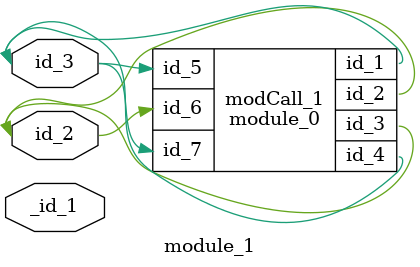
<source format=v>
module module_0 (
    id_1,
    id_2,
    id_3,
    id_4,
    id_5,
    id_6,
    id_7
);
  input wire id_7;
  input wire id_6;
  input wire id_5;
  inout wire id_4;
  output wire id_3;
  output wire id_2;
  inout wire id_1;
  wire [1 : -1] id_8;
endmodule
module module_1 #(
    parameter id_1 = 32'd86
) (
    _id_1,
    id_2,
    id_3
);
  inout wire id_3;
  inout wire id_2;
  module_0 modCall_1 (
      id_3,
      id_2,
      id_2,
      id_3,
      id_3,
      id_2,
      id_3
  );
  input wire _id_1;
  wire [id_1 : -1  <  1 'd0] id_4;
endmodule

</source>
